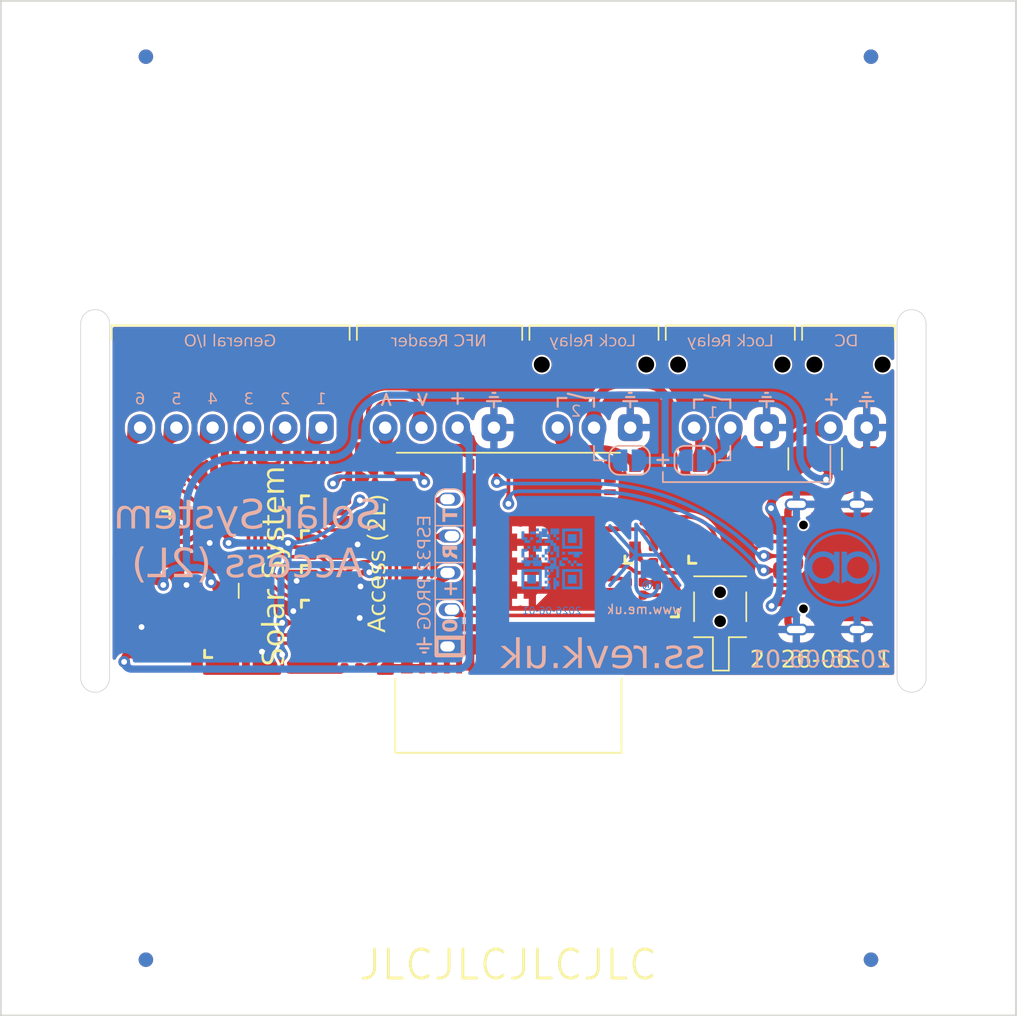
<source format=kicad_pcb>
(kicad_pcb (version 20221018) (generator pcbnew)
  (title_block (title "Access Control") (rev "3") (company "Adrian Kennard Andrews & Arnold Ltd") (comment 1 "toot.me.uk/@RevK") (comment 2 "www.me.uk"))
  (layers (0 "F.Cu" signal) (31 "B.Cu" signal) (34 "B.Paste" user) (35 "F.Paste" user) (36 "B.SilkS" user "B.Silkscreen") (37 "F.SilkS" user "F.Silkscreen") (38 "B.Mask" user) (39 "F.Mask" user) (44 "Edge.Cuts" user))
  (net 0 "")
  (net 1 "+3.3V")
  (net 2 "VBUS")
  (net 3 "GND")
  (net 4 "RFTX")
  (net 5 "RFRX")
  (net 6 "+5V")
  (net 7 "D-")
  (net 8 "D+")
  (net 9 "Net-(Q2-G)")
  (net 10 "SHDN")
  (net 11 "Net-(D6-RK)")
  (net 12 "IO1")
  (net 13 "IO2")
  (net 14 "+12V")
  (net 15 "Net-(D6-GK)")
  (net 16 "Net-(D6-BK)")
  (net 17 "Net-(J1-CC1)")
  (net 19 "Net-(J1-CC2)")
  (net 20 "TAMPER")
  (net 21 "IO3")
  (net 22 "IO4")
  (net 23 "IO5")
  (net 25 "Net-(J2-Pin_3)")
  (net 26 "Net-(J2-Pin_4)")
  (net 27 "Net-(J3-Pin_1)")
  (net 28 "Net-(J3-Pin_2)")
  (net 29 "Net-(J3-Pin_3)")
  (net 30 "Net-(J3-Pin_4)")
  (net 31 "Net-(J3-Pin_5)")
  (net 32 "Net-(J3-Pin_6)")
  (net 33 "Net-(J6-Pin_2)")
  (net 34 "Net-(J6-Pin_3)")
  (net 35 "Net-(J7-Pin_2)")
  (net 36 "Net-(J7-Pin_3)")
  (net 37 "R")
  (net 38 "G")
  (net 39 "B")
  (net 40 "Net-(U10-EN)")
  (net 41 "Net-(J8-0)")
  (net 42 "Net-(J8-Rx)")
  (net 43 "Net-(R16-Pad1)")
  (net 44 "Net-(J8-Tx)")
  (net 48 "DC")
  (net 49 "IO6")
  (net 50 "RELAY2")
  (net 51 "Net-(R25-Pad1)")
  (net 52 "RELAY1")
  (footprint "RevK:PTSM-HH1-2-RA" (layer "F.Cu") (at 123.45 94.4425 180)
    (fp_text reference "J5" hide)
    (fp_text value "POWER" hide)
  )
  (footprint "RevK:PTSM-HH1-3-RA-W" (layer "F.Cu") (at 105.9 94.4425 180)
    (fp_text reference "J6" hide)
    (fp_text value "DOOR2" hide)
  )
  (footprint "RevK:PTSM-HH-4-RA" (layer "F.Cu") (at 95.25 94.4425 180)
    (fp_text reference "J2" hide)
    (fp_text value "RFID" hide)
  )
  (footprint "RevK:PTSM-HH-6-RA" (layer "F.Cu") (at 80.85 94.4425 180)
    (fp_text reference "J3" hide)
    (fp_text value "INPUTS" hide)
  )
  (footprint "RevK:R_0402" (layer "F.Cu") (at 110 103.2 90)
    (fp_text reference "R16" hide)
    (fp_text value "1K" hide)
  )
  (footprint "RevK:ESE13" (layer "F.Cu") (at 114.6 106.8 -90)
    (fp_text reference "SW1" hide)
    (fp_text value "ESE13V01D")
  )
  (footprint "RevK:VCUT70" (layer "F.Cu") (at 100 111.7 180)
    (fp_text reference "V2" hide)
    (fp_text value "~" hide)
  )
  (footprint "RevK:R_0402" (layer "F.Cu") (at 81.7 96.3)
    (fp_text reference "R10" hide)
    (fp_text value "100R" hide)
  )
  (footprint "RevK:C_0402" (layer "F.Cu") (at 86.7 97.3 180)
    (fp_text reference "C3" hide)
    (fp_text value "33pF" hide)
  )
  (footprint "RevK:R_0402" (layer "F.Cu") (at 114.4 103.2 90)
    (fp_text reference "R25" hide)
    (fp_text value "1K" hide)
  )
  (footprint "RevK:C_0603_" (layer "F.Cu") (at 76.4 99.8 180)
    (fp_text reference "C22" hide)
    (fp_text value "10uF 6.3V")
  )
  (footprint "RevK:R_0402" (layer "F.Cu") (at 89.2 111)
    (fp_text reference "R26" hide)
    (fp_text value "10K" hide)
  )
  (footprint "RevK:C_0402" (layer "F.Cu") (at 81.7 97.3 180)
    (fp_text reference "C5" hide)
    (fp_text value "33pF" hide)
  )
  (footprint "RevK:L_4x4_" (layer "F.Cu") (at 79.7 102.3 90)
    (fp_text reference "L4" hide)
    (fp_text value "10uH")
  )
  (footprint "RevK:C_0402" (layer "F.Cu") (at 118.7 98.1 180)
    (fp_text reference "C17" hide)
    (fp_text value "10uF" hide)
  )
  (footprint "RevK:USC16-TR" (layer "F.Cu") (at 121.735 104.05 90)
    (fp_text reference "J1" hide)
    (fp_text value "USB-C")
  )
  (footprint "RevK:D_1206" (layer "F.Cu") (at 118.8 96.6 180)
    (fp_text reference "D9" hide)
    (fp_text value "D")
  )
  (footprint "RevK:C_0402" (layer "F.Cu") (at 76.7 97.3 180)
    (fp_text reference "C7" hide)
    (fp_text value "33pF" hide)
  )
  (footprint "RevK:R_0402_" (layer "F.Cu") (at 81.4 110.7 180)
    (fp_text reference "R2" hide)
    (fp_text value "23k2" hide)
  )
  (footprint "RevK:SOT-23-6-MD8942" (layer "F.Cu") (at 80.6 108.2 -90)
    (fp_text reference "U1" hide)
    (fp_text value "MD8942")
  )
  (footprint "RevK:R_0402" (layer "F.Cu") (at 86.7 96.3)
    (fp_text reference "R8" hide)
    (fp_text value "100R" hide)
  )
  (footprint "RevK:SOT-363_SC-70-6" (layer "F.Cu") (at 87.3 100.3)
    (fp_text reference "D1" hide)
    (fp_text value "BAV99S")
  )
  (footprint "RevK:SOT-363_SC-70-6" (layer "F.Cu") (at 87.3 107.5)
    (fp_text reference "D4" hide)
    (fp_text value "BAV99S")
  )
  (footprint "RevK:C_0603_" (layer "F.Cu") (at 79.3 110.7)
    (fp_text reference "C15" hide)
    (fp_text value "10uF 6.3V")
  )
  (footprint "RevK:C_0402" (layer "F.Cu") (at 109.4 109 -90)
    (fp_text reference "C19" hide)
    (fp_text value "22uF" hide)
  )
  (footprint "RevK:C_0603_" (layer "F.Cu") (at 78.6 108.2 -90)
    (fp_text reference "C16" hide)
    (fp_text value "100nF")
  )
  (footprint "RevK:R_0402" (layer "F.Cu") (at 108.75 106.9 180)
    (fp_text reference "R20" hide)
    (fp_text value "2K" hide)
  )
  (footprint "RevK:C_0603_" (layer "F.Cu") (at 76.6 104.8 180)
    (fp_text reference "C21" hide)
    (fp_text value "10uF 50V")
  )
  (footprint "RevK:SOT-323_SC-70" (layer "F.Cu") (at 89 96.8 90)
    (fp_text reference "Q2" hide)
    (fp_text value "PMF250XNEX" hide)
  )
  (footprint "RevK:PTSM-HH1-3-RA" (layer "F.Cu") (at 115.3 94.4425 180)
    (fp_text reference "J7" hide)
    (fp_text value "DOOR1" hide)
  )
  (footprint "RevK:R_0402_" (layer "F.Cu") (at 74.3 99.8)
    (fp_text reference "R15" hide)
    (fp_text value "39k2" hide)
  )
  (footprint "RevK:R_0402" (layer "F.Cu") (at 84.2 96.3)
    (fp_text reference "R9" hide)
    (fp_text value "100R" hide)
  )
  (footprint "RevK:R_0402_" (layer "F.Cu") (at 74.5 104.8 180)
    (fp_text reference "R27" hide)
    (fp_text value "1M" hide)
  )
  (footprint "RevK:R_0402" (layer "F.Cu") (at 108.75 105.1 180)
    (fp_text reference "R21" hide)
    (fp_text value "220R" hide)
  )
  (footprint "RevK:C_0402" (layer "F.Cu") (at 90.3 98.4)
    (fp_text reference "C2" hide)
    (fp_text value "33pF" hide)
  )
  (footprint "RevK:C_0603_" (layer "F.Cu") (at 77.1 102.3 90)
    (fp_text reference "C23" hide)
    (fp_text value "100nF")
  )
  (footprint "RevK:R_0402" (layer "F.Cu") (at 117.4 101.7 -90)
    (fp_text reference "R5" hide)
    (fp_text value "5K1" hide)
  )
  (footprint "RevK:R_0402" (layer "F.Cu") (at 76.7 96.3)
    (fp_text reference "R12" hide)
    (fp_text value "100R" hide)
  )
  (footprint "RevK:R_0402_" (layer "F.Cu") (at 82.5 108.2 -90)
    (fp_text reference "R1" hide)
    (fp_text value "124k" hide)
  )
  (footprint "RevK:SOT-363_SC-70-6" (layer "F.Cu") (at 87.3 105.1)
    (fp_text reference "D3" hide)
    (fp_text value "BAV99S")
  )
  (footprint "RevK:C_0402" (layer "F.Cu") (at 91 111)
    (fp_text reference "C20" hide)
    (fp_text value "1uF" hide)
  )
  (footprint "RevK:PCB7070" (layer "F.Cu") (at 100 100)
    (fp_text reference "PCB1" hide)
    (fp_text value "70x70" hide)
    (fp_line (start -35 -35) (end 35 -35) (stroke (width 0.12)) (layer "Edge.Cuts"))
    (fp_line (start -35 35) (end -35 -35) (stroke (width 0.12)) (layer "Edge.Cuts"))
    (fp_line (start 35 -35) (end 35 35) (stroke (width 0.12)) (layer "Edge.Cuts"))
    (fp_line (start 35 35) (end -35 35) (stroke (width 0.12)) (layer "Edge.Cuts"))
  )
  (footprint "RevK:R_0402" (layer "F.Cu") (at 117.2 106.7 -90)
    (fp_text reference "R4" hide)
    (fp_text value "5K1" hide)
  )
  (footprint "RevK:C_0402" (layer "F.Cu") (at 74.2 97.3 180)
    (fp_text reference "C8" hide)
    (fp_text value "33pF" hide)
  )
  (footprint "RevK:R_0402" (layer "F.Cu") (at 90.7 96.9 -90)
    (fp_text reference "R6" hide)
    (fp_text value "100R" hide)
  )
  (footprint "RevK:Special-SOP-4-3.7x4.55" (layer "F.Cu") (at 110 99.9)
    (fp_text reference "U3" hide)
    (fp_text value "G3VM-41GR8")
  )
  (footprint "RevK:R_0402" (layer "F.Cu") (at 108.75 106 180)
    (fp_text reference "R3" hide)
    (fp_text value "680R" hide)
  )
  (footprint "RevK:SOT-23-6-MD8942" (layer "F.Cu") (at 75.1 102.3 90)
    (fp_text reference "U2" hide)
    (fp_text value "MD8942")
  )
  (footprint "RevK:C_0402" (layer "F.Cu") (at 79.2 97.3 180)
    (fp_text reference "C6" hide)
    (fp_text value "33pF" hide)
  )
  (footprint "RevK:D_1206" (layer "F.Cu") (at 123.5 96.6)
    (fp_text reference "D8" hide)
    (fp_text value "D")
  )
  (footprint "RevK:R_0402" (layer "F.Cu") (at 91.7 96.9 -90)
    (fp_text reference "R7" hide)
    (fp_text value "100R" hide)
  )
  (footprint "RevK:ESP32-S3-MINI-1" (layer "F.Cu") (at 100 104 180)
    (fp_text reference "U10" hide)
    (fp_text value "ESP32-S3-MINI-1" hide)
  )
  (footprint "RevK:R_0402" (layer "F.Cu") (at 79.2 96.3)
    (fp_text reference "R11" hide)
    (fp_text value "100R" hide)
  )
  (footprint "RevK:Special-SOP-4-3.7x4.55" (layer "F.Cu") (at 114.4 99.9)
    (fp_text reference "U8" hide)
    (fp_text value "G3VM-41GR8")
  )
  (footprint "RevK:SOT-363_SC-70-6" (layer "F.Cu") (at 87.3 102.7)
    (fp_text reference "D2" hide)
    (fp_text value "BAV99S")
  )
  (footprint "RevK:VCUT70" (layer "F.Cu") (at 100 87.3)
    (fp_text reference "V1" hide)
    (fp_text value "~" hide)
  )
  (footprint "RevK:LED-RGB-1.6x1.6" (layer "F.Cu") (at 110.7 106 90)
    (fp_text reference "D6" hide)
    (fp_text value "RGB")
  )
  (footprint "RevK:L_4x4_" (layer "F.Cu") (at 76 108.2 -90)
    (fp_text reference "L3" hide)
    (fp_text value "10uH")
  )
  (footprint "RevK:C_0603_" (layer "F.Cu") (at 79.3 105.7)
    (fp_text reference "C1" hide)
    (fp_text value "10uF 50V")
  )
  (footprint "RevK:R_0402" (layer "F.Cu") (at 74.2 96.3)
    (fp_text reference "R13" hide)
    (fp_text value "100R" hide)
  )
  (footprint "RevK:C_0402" (layer "F.Cu") (at 108.4 109 -90)
    (fp_text reference "C18" hide)
    (fp_text value "100nF" hide)
  )
  (footprint "RevK:C_0402" (layer "F.Cu") (at 84.2 97.3 180)
    (fp_text reference "C4" hide)
    (fp_text value "33pF" hide)
  )
  (footprint "RevK:R_0402_" (layer "F.Cu") (at 73.2 102.3 90)
    (fp_text reference "R14" hide)
    (fp_text value "124k" hide)
  )
  (footprint "RevK:QR-SS" (layer "B.Cu") (at 103 103.5 180)
    (fp_text reference "U7" hide)
    (fp_text value "QR" hide)
  )
  (footprint "Jumper:SolderJumper-2_P1.3mm_Open_RoundedPad1.0x1.5mm" (layer "B.Cu") (at 108.35 96.7 180)
    (fp_text reference "JP1" hide)
    (fp_text value "12V")
  )
  (footprint "RevK:AJK" (layer "B.Cu") (at 108.8 103.225 180)
    (fp_text reference "Logo1" hide)
    (fp_text value "AJK" hide)
  )
  (footprint "Jumper:SolderJumper-2_P1.3mm_Open_RoundedPad1.0x1.5mm" (layer "B.Cu") (at 112.85 96.7)
    (fp_text reference "JP2" hide)
    (fp_text value "12V")
  )
  (footprint "RevK:Shelly" (layer "B.Cu") (at 95.95 104.46 -90)
    (fp_text reference "J8" hide)
    (fp_text value "Shelly" hide)
  )
  (footprint "RevK:AA" (layer "B.Cu") (at 122.9 104.1 180)
    (fp_text reference "U9" hide)
    (fp_text value "AA" hide)
  )
  (gr_line (start 122.2 98.2) (end 122.2 95.7) (stroke (width 0.12)) (layer "B.SilkS"))
  (gr_line (start 105.3 92.4) (end 104.1 92.1) (stroke (width 0.15)) (layer "B.SilkS"))
  (gr_line (start 114.7 92.5) (end 113.5 92.2) (stroke (width 0.15)) (layer "B.SilkS"))
  (gr_line (start 115.3 95.7) (end 115.3 96.7) (stroke (width 0.12)) (layer "B.SilkS"))
  (gr_line (start 112.8 92.5) (end 112.8 93.1) (stroke (width 0.15)) (layer "B.SilkS"))
  (gr_line (start 105.9 93) (end 105.9 92.4) (stroke (width 0.15)) (layer "B.SilkS"))
  (gr_line (start 103.4 92.4) (end 103.4 93) (stroke (width 0.15)) (layer "B.SilkS"))
  (gr_line (start 112.8 92.5) (end 113.4 92.5) (stroke (width 0.15)) (layer "B.SilkS"))
  (gr_line (start 110.65 97.5) (end 110.65 98.2) (stroke (width 0.12)) (layer "B.SilkS"))
  (gr_line (start 110.65 98.2) (end 122.2 98.2) (stroke (width 0.12)) (layer "B.SilkS"))
  (gr_line (start 105.3 92.4) (end 105.9 92.4) (stroke (width 0.15)) (layer "B.SilkS"))
  (gr_line (start 114.7 92.5) (end 115.3 92.5) (stroke (width 0.15)) (layer "B.SilkS"))
  (gr_line (start 103.4 92.4) (end 104 92.4) (stroke (width 0.15)) (layer "B.SilkS"))
  (gr_line (start 115.3 96.7) (end 114.5 96.7) (stroke (width 0.12)) (layer "B.SilkS"))
  (gr_line (start 106.75 96.7) (end 105.9 96.7) (stroke (width 0.12)) (layer "B.SilkS"))
  (gr_line (start 105.9 95.7) (end 105.9 96.7) (stroke (width 0.12)) (layer "B.SilkS"))
  (gr_line (start 115.3 93.1) (end 115.3 92.5) (stroke (width 0.15)) (layer "B.SilkS"))
  (gr_line (start 81.4 105.2) (end 81.4 106.2) (stroke (width 0.12)) (layer "F.SilkS"))
  (gr_line (start 72.5 87.3) (end 72.5 111.7) (stroke (width 0.05)) (layer "Edge.Cuts"))
  (gr_line (start 128.8 87.3) (end 128.8 111.7) (stroke (width 0.05)) (layer "Edge.Cuts"))
  (gr_arc (start 70.5 87.3) (mid 71.5 86.3) (end 72.5 87.3) (stroke (width 0.05)) (layer "Edge.Cuts"))
  (gr_arc (start 72.5 111.7) (mid 71.5 112.7) (end 70.5 111.7) (stroke (width 0.05)) (layer "Edge.Cuts"))
  (gr_arc (start 128.8 111.7) (mid 127.8 112.7) (end 126.8 111.7) (stroke (width 0.05)) (layer "Edge.Cuts"))
  (gr_arc (start 126.8 87.3) (mid 127.8 86.3) (end 128.8 87.3) (stroke (width 0.05)) (layer "Edge.Cuts"))
  (gr_line (start 70.5 87.3) (end 70.5 111.7) (stroke (width 0.05)) (layer "Edge.Cuts"))
  (gr_line (start 126.8 87.3) (end 126.8 111.7) (stroke (width 0.05)) (layer "Edge.Cuts"))
  (gr_text "⏚" (at 99 92.5 180) (layer "B.SilkS") (effects (font (size 1 1)) (justify mirror)))
  (gr_text "⏚" (at 124.7 92.5 180) (layer "B.SilkS") (effects (font (size 1 1)) (justify mirror)))
  (gr_text "+" (at 122.2 92.5 90) (layer "B.SilkS") (effects (font (size 1 1)) (justify mirror)))
  (gr_text ">" (at 94 92.5 90) (layer "B.SilkS") (effects (font (size 1 1)) (justify mirror)))
  (gr_text "+" (at 96.5 92.5 180) (layer "B.SilkS") (effects (font (size 1 1)) (justify mirror)))
  (gr_text "⏚" (at 108.4 92.5 180) (layer "B.SilkS") (effects (font (size 1 1)) (justify mirror)))
  (gr_text "<" (at 91.5 92.5 90) (layer "B.SilkS") (effects (font (size 1 1)) (justify mirror)))
  (gr_text "NFC Reader" (at 95.2 88.5) (layer "B.SilkS") (effects (font (size 0.8 0.8) (thickness 0.1)) (justify mirror)))
  (gr_text "Lock Relay" (at 115.3 88.5) (layer "B.SilkS") (effects (font (size 0.8 0.8) (thickness 0.1)) (justify mirror)))
  (gr_text "5" (at 77.1 92.5) (layer "B.SilkS") (effects (font (size 0.8 0.8) (thickness 0.1)) (justify mirror)))
  (gr_text "Lock Relay" (at 105.8 88.5) (layer "B.SilkS") (effects (font (size 0.8 0.8) (thickness 0.1)) (justify mirror)))
  (gr_text "Solar System\nAccess (2L)" (at 82 102.25) (layer "B.SilkS") (effects (font (size 2 2)) (justify mirror)))
  (gr_text "DC" (at 123.3 88.5) (layer "B.SilkS") (effects (font (size 0.8 0.8) (thickness 0.1)) (justify mirror)))
  (gr_text "6" (at 74.6 92.5) (layer "B.SilkS") (effects (font (size 0.8 0.8) (thickness 0.1)) (justify mirror)))
  (gr_text "4" (at 79.6 92.5) (layer "B.SilkS") (effects (font (size 0.8 0.8) (thickness 0.1)) (justify mirror)))
  (gr_text "1" (at 114.1 93.45) (layer "B.SilkS") (effects (font (size 0.8 0.8) (thickness 0.1)) (justify mirror)))
  (gr_text "3" (at 82.1 92.5) (layer "B.SilkS") (effects (font (size 0.8 0.8) (thickness 0.1)) (justify mirror)))
  (gr_text "2" (at 104.65 93.35) (layer "B.SilkS") (effects (font (size 0.8 0.8) (thickness 0.1)) (justify mirror)))
  (gr_text "⏚" (at 117.8 92.5 180) (layer "B.SilkS") (effects (font (size 1 1)) (justify mirror)))
  (gr_text "+" (at 110.65 96.6) (layer "B.SilkS") (effects (font (size 1 1)) (justify mirror)))
  (gr_text "ss.revk.uk" (at 106.5 110.2) (layer "B.SilkS") (effects (font (size 2 2)) (justify mirror)))
  (gr_text "General I/O" (at 80.8 88.5) (layer "B.SilkS") (effects (font (size 0.8 0.8) (thickness 0.1)) (justify mirror)))
  (gr_text "1" (at 87.1 92.5) (layer "B.SilkS") (effects (font (size 0.8 0.8) (thickness 0.1)) (justify mirror)))
  (gr_text "${CURRENT_DATE}" (at 126.4 111.2) (layer "B.SilkS") (effects (font (size 1.2 1.2)) (justify left bottom mirror)))
  (gr_text "2" (at 84.6 92.5) (layer "B.SilkS") (effects (font (size 0.8 0.8) (thickness 0.1)) (justify mirror)))
  (gr_text "${CURRENT_DATE}" (at 126.4 111.2) (layer "F.SilkS") (effects (font (size 1.2 1.2)) (justify right bottom)))
  (gr_text "Access (2L)" (at 91 103.8 90) (layer "F.SilkS") (effects (font (size 1.2 1.2))))
  (gr_text "Solar System" (at 83.9 104 90) (layer "F.SilkS") (effects (font (size 1.5 1.5))))
  (segment (start 95.8 104.46) (end 95.376813 104.883187) (width 0.5) (layer "F.Cu") (net 1))
  (segment (start 86.35 105.1) (end 88.25 105.1) (width 0.25) (layer "F.Cu") (net 1))
  (segment (start 88.25 105.1) (end 88.617158 105.1) (width 0.25) (layer "F.Cu") (net 1))
  (segment (start 86.35 102.7) (end 88.25 102.7) (width 0.25) (layer "F.Cu") (net 1))
  (segment (start 86.35 107.5) (end 88.25 107.5) (width 0.25) (layer "F.Cu") (net 1))
  (segment (start 109.4 108.5) (end 109.4 108.2) (width 0.25) (layer "F.Cu") (net 1))
  (segment (start 89.42788 99.86846) (end 89.751504 99.544836) (width 0.25) (layer "F.Cu") (net 1))
  (segment (start 110 107.6) (end 111.5 107.6) (width 0.25) (layer "F.Cu") (net 1))
  (segment (start 108.4 108.5) (end 109.4 108.5) (width 0.25) (layer "F.Cu") (net 1))
  (segment (start 94.5 107) (end 94.5 107.122792) (width 0.5) (layer "F.Cu") (net 1))
  (segment (start 84.4 110.1) (end 84.4 110.7) (width 0.25) (layer "F.Cu") (net 1))
  (segment (start 89.751504 99.544836) (end 89.751504 99.451505) (width 0.25) (layer "F.Cu") (net 1))
  (segment (start 85 111.3) (end 88.4 111.3) (width 0.25) (layer "F.Cu") (net 1))
  (segment (start 95.627208 108.25) (end 107 108.25) (width 0.5) (layer "F.Cu") (net 1))
  (segment (start 86.35 107.5) (end 86.117651 107.5) (width 0.25) (layer "F.Cu") (net 1))
  (segment (start 111.8 107.3) (end 111.8 105.85) (width 0.25) (layer "F.Cu") (net 1))
  (segment (start 89.1 104.9) (end 89.2 104.8) (width 0.25) (layer "F.Cu") (net 1))
  (segment (start 108.15 108.25) (end 107 108.25) (width 0.25) (layer "F.Cu") (net 1))
  (segment (start 86.35 102.7) (end 85.524264 102.7) (width 0.25) (layer "F.Cu") (net 1))
  (segment (start 90.407687 104.42416) (end 90.107358 104.42416) (width 0.25) (layer "F.Cu") (net 1))
  (segment (start 84.4 107.9) (end 85.151967 107.9) (width 0.25) (layer "F.Cu") (net 1))
  (segment (start 80.7 102.4) (end 80.7 101.8) (width 0.5) (layer "F.Cu") (net 1))
  (via (at 89.751504 99.451505) (size 0.8) (drill 0.4) (layers "F.Cu" "B.Cu") (net 1))
  (via (at 84.4 107.9) (size 0.8) (drill 0.4) (layers "F.Cu" "B.Cu") (net 1))
  (via (at 84.8 102.4) (size 0.8) (drill 0.4) (layers "F.Cu" "B.Cu") (net 1))
  (via (at 90.407687 104.42416) (size 0.8) (drill 0.4) (layers "F.Cu" "B.Cu") (net 1))
  (via (at 84.4 110.1) (size 0.8) (drill 0.4) (layers "F.Cu" "B.Cu") (net 1))
  (via (at 80.7 102.4) (size 0.8) (drill 0.4) (layers "F.Cu" "B.Cu") (net 1))
  (arc (start 88.4 111.3) (mid 88.612132 111.212132) (end 88.7 111) (width 0.25) (layer "F.Cu") (net 1))
  (arc (start 88.617158 105.1) (mid 88.87847 105.048022) (end 89.1 104.9) (width 0.25) (layer "F.Cu") (net 1))
  (arc (start 80.7 101.8) (mid 80.407107 101.092893) (end 79.7 100.8) (width 0.5) (layer "F.Cu") (net 1))
  (arc (start 88.25 100.3) (mid 88.876702 100.188088) (end 89.42788 99.86846) (width 0.25) (layer "F.Cu") (net 1))
  (arc (start 84.4 110.7) (mid 84.575736 111.124264) (end 85 111.3) (width 0.25) (layer "F.Cu") (net 1))
  (arc (start 111.5 107.6) (mid 111.712132 107.512132) (end 111.8 107.3) (width 0.25) (layer "F.Cu") (net 1))
  (arc (start 94.5 107.122792) (mid 94.830152 107.919848) (end 95.627208 108.25) (width 0.5) (layer "F.Cu") (net 1))
  (arc (start 111.8 105.85) (mid 111.609619 105.390381) (end 111.15 105.2) (width 0.25) (layer "F.Cu") (net 1))
  (arc (start 85.524264 102.7) (mid 85.132296 102.622033) (end 84.8 102.4) (width 0.25) (layer "F.Cu") (net 1))
  (arc (start 90.107358 104.42416) (mid 89.616299 104.521837) (end 89.2 104.8) (width 0.25) (layer "F.Cu") (net 1))
  (arc (start 108.4 108.5) (mid 108.326777 108.323223) (end 108.15 108.25) (width 0.25) (layer "F.Cu") (net 1))
  (arc (start 95.376813 104.883187) (mid 94.727876 105.854389) (end 94.5 107) (width 0.5) (layer "F.Cu") (net 1))
  (arc (start 85.151967 107.9) (mid 85.438227 107.84306) (end 85.680906 107.680906) (width 0.25) (layer "F.Cu") (net 1))
  (arc (start 86.117651 107.5) (mid 85.881287 107.547015) (end 85.680906 107.680906) (width 0.25) (layer "F.Cu") (net 1))
  (arc (start 109.4 108.2) (mid 109.575736 107.775736) (end 110 107.6) (width 0.25) (layer "F.Cu") (net 1))
  (segment (start 95.8 104.46) (end 90.443527 104.46) (width 0.5) (layer "B.Cu") (net 1))
  (segment (start 84.8 103.7) (end 84.8 102.4) (width 0.5) (layer "B.Cu") (net 1))
  (segment (start 89.751504 99.451505) (end 88.219351 100.983658) (width 0.25) (layer "B.Cu") (net 1))
  (segment (start 85 103.9) (end 89.883527 103.9) (width 0.5) (layer "B.Cu") (net 1))
  (segment (start 84.4 110.1) (end 84.4 107.9) (width 0.25) (layer "B.Cu") (net 1))
  (segment (start 80.7 102.4) (end 84.8 102.4) (width 0.5) (layer "B.Cu") (net 1))
  (segment (start 84.316648 104.583352) (end 84.316648 107.816648) (width 0.5) (layer "B.Cu") (net 1))
  (arc (start 90.443527 104.46) (mid 90.418184 104.449503) (end 90.407687 104.42416) (width 0.5) (layer "B.Cu") (net 1))
  (arc (start 89.883527 103.9) (mid 90.254164 104.053523) (end 90.407687 104.42416) (width 0.5) (layer "B.Cu") (net 1))
  (arc (start 85 103.9) (mid 84.516797 104.100149) (end 84.316648 104.583352) (width 0.5) (layer "B.Cu") (net 1))
  (arc (start 84.316648 107.816648) (mid 84.341061 107.875587) (end 84.4 107.9) (width 0.5) (layer "B.Cu") (net 1))
  (arc (start 85 103.9) (mid 84.858579 103.841421) (end 84.8 103.7) (width 0.5) (layer "B.Cu") (net 1))
  (arc (start 88.219351 100.983658) (mid 86.65054 102.031904) (end 84.8 102.4) (width 0.25) (layer "B.Cu") (net 1))
  (segment (start 122.62 98.88) (end 119.22 98.88) (width 0.5) (layer "F.Cu") (net 2))
  (segment (start 119.275 106.45) (end 118.844234 106.45) (width 0.5) (layer "F.Cu") (net 2))
  (segment (start 119.275 101.65) (end 118.705 101.65) (width 0.5) (layer "F.Cu") (net 2))
  (segment (start 118.255 100.155) (end 118.1 100) (width 0.5) (layer "F.Cu") (net 2))
  (segment (start 118.255 101.2) (end 118.255 100.155) (width 0.5) (layer "F.Cu") (net 2))
  (via (at 118.1 100) (size 0.8) (drill 0.4) (layers "F.Cu" "B.Cu") (net 2))
  (via (at 118.143367 106.740309) (size 0.8) (drill 0.4) (layers "F.Cu" "B.Cu") (net 2))
  (arc (start 119.22 98.88) (mid 118.42804 99.20804) (end 118.1 100) (width 0.5) (layer "F.Cu") (net 2))
  (arc (start 118.844234 106.45) (mid 118.464928 106.525449) (end 118.143367 106.740309) (width 0.5) (layer "F.Cu") (net 2))
  (arc (start 118.705 101.65) (mid 118.386802 101.518198) (end 118.255 101.2) (width 0.5) (layer "F.Cu") (net 2))
  (arc (start 124.9 96.6) (mid 124.232203 98.212203) (end 122.62 98.88) (width 0.5) (layer "F.Cu") (net 2))
  (segment (start 118.725 105.336123) (end 118.725 102) (width 0.5) (layer "B.Cu") (net 2))
  (segment (start 118.725 101.508883) (end 118.725 102) (width 0.5) (layer "B.Cu") (net 2))
  (arc (start 118.143367 106.740309) (mid 118.573838 106.096063) (end 118.725 105.336123) (width 0.5) (layer "B.Cu") (net 2))
  (arc (start 118.1 100) (mid 118.562567 100.692281) (end 118.725 101.508883) (width 0.5) (layer "B.Cu") (net 2))
  (segment (start 119.275 107.25) (end 119.275 107.79) (width 0.5) (layer "F.Cu") (net 3))
  (segment (start 86.35 102.05) (end 85.771967 102.05) (width 0.25) (layer "F.Cu") (net 3))
  (segment (start 85.544302 101.955698) (end 85.434836 101.846232) (width 0.25) (layer "F.Cu") (net 3))
  (segment (start 88.25 108.15) (end 89.170198 108.15) (width 0.25) (layer "F.Cu") (net 3))
  (segment (start 119.275 100.85) (end 119.275 100.31) (width 0.5) (layer "F.Cu") (net 3))
  (segment (start 86.35 104.45) (end 85.95646 104.45) (width 0.25) (layer "F.Cu") (net 3))
  (segment (start 89.2 110) (end 90.2 110) (width 0.25) (layer "F.Cu") (net 3))
  (segment (start 85.95646 104.45) (end 85.393348 105.013112) (width 0.25) (layer "F.Cu") (net 3))
  (segment (start 86.2 97.3) (end 85.992463 97.507537) (width 0.25) (layer "F.Cu") (net 3))
  (segment (start 89.45 105.75) (end 89.8 105.4) (width 0.25) (layer "F.Cu") (net 3))
  (segment (start 88.25 105.75) (end 89.45 105.75) (width 0.25) (layer "F.Cu") (net 3))
  (segment (start 85.25 101.4) (end 85.25 99.3) (width 0.25) (layer "F.Cu") (net 3))
  (segment (start 86.35 106.85) (end 85.268374 106.85) (width 0.25) (layer "F.Cu") (net 3))
  (segment (start 85.268374 106.85) (end 85.166648 106.951726) (width 0.25) (layer "F.Cu") (net 3))
  (segment (start 91.322399 109.535087) (end 92.329936 108.52755) (width 0.25) (layer "F.Cu") (net 3))
  (via (at 89.745198 107.575) (size 0.8) (drill 0.4) (layers "F.Cu" "B.Cu") (net 3))
  (via (at 85.166648 107.1) (size 0.8) (drill 0.4) (layers "F.Cu" "B.Cu") (net 3))
  (via (at 74.7 108.2) (size 0.8) (drill 0.4) (layers "F.Cu" "B.Cu") (net 3))
  (via (at 89.6 102.5) (size 0.8) (drill 0.4) (layers "F.Cu" "B.Cu") (net 3))
  (via (at 85.393348 105.013112) (size 0.8) (drill 0.4) (layers "F.Cu" "B.Cu") (net 3))
  (via (at 79.4 102.4) (size 0.8) (drill 0.4) (layers "F.Cu" "B.Cu") (net 3))
  (via (at 77.8 105.3) (size 0.8) (drill 0.4) (layers "F.Cu" "B.Cu") (net 3))
  (via (at 89.8 105.4) (size 0.8) (drill 0.4) (layers "F.Cu" "B.Cu") (net 3))
  (via (at 83 109.9) (size 0.8) (drill 0.4) (layers "F.Cu" "B.Cu") (net 3))
  (arc (start 85.771967 102.05) (mid 85.648756 102.025492) (end 85.544302 101.955698) (width 0.25) (layer "F.Cu") (net 3))
  (arc (start 119.275 107.79) (mid 119.444878 108.200122) (end 119.855 108.37) (width 0.5) (layer "F.Cu") (net 3))
  (arc (start 85.992463 97.507537) (mid 85.44296 98.329925) (end 85.25 99.3) (width 0.25) (layer "F.Cu") (net 3))
  (arc (start 119.275 100.31) (mid 119.444878 99.899878) (end 119.855 99.73) (width 0.5) (layer "F.Cu") (net 3))
  (arc (start 89.170198 108.15) (mid 89.576784 107.981586) (end 89.745198 107.575) (width 0.25) (layer "F.Cu") (net 3))
  (arc (start 85.434836 101.846232) (mid 85.298037 101.641499) (end 85.25 101.4) (width 0.25) (layer "F.Cu") (net 3))
  (arc (start 92.329936 108.52755) (mid 92.637364 108.322133) (end 93 108.25) (width 0.25) (layer "F.Cu") (net 3))
  (arc (start 90.2 110) (mid 90.807438 109.879173) (end 91.322399 109.535087) (width 0.25) (layer "F.Cu") (net 3))
  (segment (start 91.597296 98.631019) (end 90.864158 99.364158) (width 0.25) (layer "F.Cu") (net 4))
  (segment (start 88.457862 101.503162) (end 87.747798 101.503162) (width 0.25) (layer "F.Cu") (net 4))
  (segment (start 86.35 100.95) (end 86.62448 100.95) (width 0.25) (layer "F.Cu") (net 4))
  (segment (start 87.2875 101.3125) (end 87.1375 101.1625) (width 0.25) (layer "F.Cu") (net 4))
  (segment (start 90.864158 99.364158) (end 88.914158 101.314158) (width 0.25) (layer "F.Cu") (net 4))
  (segment (start 91.89038 97.590381) (end 91.7 97.4) (width 0.25) (layer "F.Cu") (net 4))
  (arc (start 87.747798 101.503162) (mid 87.498687 101.45361) (end 87.2875 101.3125) (width 0.25) (layer "F.Cu") (net 4))
  (arc (start 88.914158 101.314158) (mid 88.704808 101.454042) (end 88.457862 101.503162) (width 0.25) (layer "F.Cu") (net 4))
  (arc (start 93 98.05) (mid 92.240862 98.201002) (end 91.597296 98.631019) (width 0.25) (layer "F.Cu") (net 4))
  (arc (start 86.62448 100.95) (mid 86.902124 101.005226) (end 87.1375 101.1625) (width 0.25) (layer "F.Cu") (net 4))
  (arc (start 93 98.05) (mid 92.399478 97.930549) (end 91.89038 97.590381) (width 0.25) (layer "F.Cu") (net 4))
  (segment (start 87.9 98.3) (end 87.975735 98.224265) (width 0.25) (layer "F.Cu") (net 5))
  (segment (start 94.05 97) (end 94.05 98.05) (width 0.25) (layer "F.Cu") (net 5))
  (segment (start 94.05 98.05) (end 94.2 98.2) (width 0.25) (layer "F.Cu") (net 5))
  (via (at 87.9 98.3) (size 0.8) (drill 0.4) (layers "F.Cu" "B.Cu") (net 5))
  (via (at 94.2 98.2) (size 0.8) (drill 0.4) (layers "F.Cu" "B.Cu") (net 5))
  (arc (start 87.975735 98.224265) (mid 88.445671 97.910263) (end 89 97.8) (width 0.25) (layer "F.Cu") (net 5))
  (segment (start 88.4 97.8) (end 93.8 97.8) (width 0.25) (layer "B.Cu") (net 5))
  (arc (start 93.8 97.8) (mid 94.082843 97.917157) (end 94.2 98.2) (width 0.25) (layer "B.Cu") (net 5))
  (arc (start 87.9 98.3) (mid 88.046447 97.946447) (end 88.4 97.8) (width 0.25) (layer "B.Cu") (net 5))
  (via (at 73.5 110.6) (size 0.8) (drill 0.4) (layers "F.Cu" "B.Cu") (net 6))
  (arc (start 74.4 109.7) (mid 73.763604 109.963604) (end 73.5 110.6) (width 0.5) (layer "F.Cu") (net 6))
  (segment (start 97.3 110.29) (end 97.3 95.2425) (width 0.5) (layer "B.Cu") (net 6))
  (segment (start 74 111.1) (end 96.49 111.1) (width 0.5) (layer "B.Cu") (net 6))
  (arc (start 97.3 95.2425) (mid 97.065685 94.676815) (end 96.5 94.4425) (width 0.5) (layer "B.Cu") (net 6))
  (arc (start 73.5 110.6) (mid 73.646447 110.953553) (end 74 111.1) (width 0.5) (layer "B.Cu") (net 6))
  (arc (start 96.49 111.1) (mid 97.062756 110.862756) (end 97.3 110.29) (width 0.5) (layer "B.Cu") (net 6))
  (segment (start 100 99.7) (end 100 97) (width 0.25) (layer "F.Cu") (net 7))
  (segment (start 118.38 104.3) (end 117.6 104.3) (width 0.25) (layer "F.Cu") (net 7))
  (segment (start 118.38 104.059315) (end 118.38 104.540685) (width 0.25) (layer "F.Cu") (net 7))
  (segment (start 119.275 103.8) (end 118.639315 103.8) (width 0.25) (layer "F.Cu") (net 7))
  (segment (start 119.275 104.8) (end 118.639315 104.8) (width 0.25) (layer "F.Cu") (net 7))
  (via (at 100 99.7) (size 0.8) (drill 0.4) (layers "F.Cu" "B.Cu") (net 7))
  (via (at 117.6 104.3) (size 0.8) (drill 0.4) (layers "F.Cu" "B.Cu") (net 7))
  (arc (start 118.639315 104.8) (mid 118.455952 104.724048) (end 118.38 104.540685) (width 0.25) (layer "F.Cu") (net 7))
  (arc (start 118.639315 103.8) (mid 118.455952 103.875952) (end 118.38 104.059315) (width 0.25) (layer "F.Cu") (net 7))
  (segment (start 116.6 103.4) (end 117.429289 104.229289) (width 0.25) (layer "B.Cu") (net 7))
  (segment (start 100 99.7) (end 100 99.52979) (width 0.25) (layer "B.Cu") (net 7))
  (segment (start 105.566538 98.82979) (end 100.7 98.82979) (width 0.25) (layer "B.Cu") (net 7))
  (arc (start 117.429289 104.229289) (mid 117.507611 104.281623) (end 117.6 104.3) (width 0.25) (layer "B.Cu") (net 7))
  (arc (start 100 99.52979) (mid 100.205025 99.034815) (end 100.7 98.82979) (width 0.25) (layer "B.Cu") (net 7))
  (arc (start 116.6 103.4) (mid 111.537805 100.017549) (end 105.566538 98.82979) (width 0.25) (layer "B.Cu") (net 7))
  (segment (start 119.275 103.3) (end 119.8 103.3) (width 0.25) (layer "F.Cu") (net 8))
  (segment (start 117.625306 103.3) (end 117.613058 103.287752) (width 0.2) (layer "F.Cu") (net 8))
  (segment (start 99.15 98.07929) (end 99.15 97) (width 0.2) (layer "F.Cu") (net 8))
  (segment (start 117.642627 103.3) (end 119.275 103.3) (width 0.25) (layer "F.Cu") (net 8))
  (segment (start 120.2 103.7) (end 120.2 103.9) (width 0.25) (layer "F.Cu") (net 8))
  (segment (start 119.275 104.3) (end 119.8 104.3) (width 0.25) (layer "F.Cu") (net 8))
  (via (at 99.2 98.2) (size 0.8) (drill 0.4) (layers "F.Cu" "B.Cu") (net 8))
  (via (at 117.613058 103.287752) (size 0.8) (drill 0.4) (layers "F.Cu" "B.Cu") (net 8))
  (arc (start 119.8 104.3) (mid 120.082843 104.182843) (end 120.2 103.9) (width 0.25) (layer "F.Cu") (net 8))
  (arc (start 99.2 98.2) (mid 99.162995 98.144618) (end 99.15 98.07929) (width 0.2) (layer "F.Cu") (net 8))
  (arc (start 119.8 103.3) (mid 120.082843 103.417157) (end 120.2 103.7) (width 0.25) (layer "F.Cu") (net 8))
  (arc (start 117.613058 103.287752) (mid 117.626624 103.296817) (end 117.642627 103.3) (width 0.25) (layer "F.Cu") (net 8))
  (segment (start 117.58286 103.257554) (end 117.613058 103.287752) (width 0.25) (layer "B.Cu") (net 8))
  (segment (start 117.384863 103.257554) (end 117.58286 103.257554) (width 0.25) (layer "B.Cu") (net 8))
  (segment (start 99.3 98.3) (end 105.567646 98.3) (width 0.25) (layer "B.Cu") (net 8))
  (arc (start 117.060492 103.060493) (mid 117.211001 103.177953) (end 117.384863 103.257554) (width 0.25) (layer "B.Cu") (net 8))
  (arc (start 99.2 98.2) (mid 99.229289 98.270711) (end 99.3 98.3) (width 0.25) (layer "B.Cu") (net 8))
  (arc (start 105.567646 98.3) (mid 111.787528 99.537212) (end 117.060492 103.060493) (width 0.25) (layer "B.Cu") (net 8))
  (segment (start 89.65 95.8) (end 89.65 96.35) (width 0.25) (layer "F.Cu") (net 9))
  (segment (start 90.8 97.5) (end 90.7 97.4) (width 0.25) (layer "F.Cu") (net 9))
  (segment (start 90.8 98.4) (end 90.8 97.5) (width 0.25) (layer "F.Cu") (net 9))
  (arc (start 89.65 96.35) (mid 89.957538 97.092462) (end 90.7 97.4) (width 0.25) (layer "F.Cu") (net 9))
  (segment (start 83.192949 107.592949) (end 83.192949 108.092949) (width 0.25) (layer "F.Cu") (net 10))
  (segment (start 83.2 108.1) (end 83.2 108.5) (width 0.25) (layer "F.Cu") (net 10))
  (segment (start 83.192949 108.092949) (end 83.2 108.1) (width 0.25) (layer "F.Cu") (net 10))
  (segment (start 84.01393 109.31393) (end 89.98607 109.31393) (width 0.25) (layer "F.Cu") (net 10))
  (arc (start 92.2 107.1) (mid 91.551555 108.665485) (end 89.98607 109.31393) (width 0.25) (layer "F.Cu") (net 10))
  (arc (start 92.75 106.55) (mid 92.361091 106.711091) (end 92.2 107.1) (width 0.25) (layer "F.Cu") (net 10))
  (arc (start 83.2 108.5) (mid 83.438395 109.075535) (end 84.01393 109.31393) (width 0.25) (layer "F.Cu") (net 10))
  (arc (start 81.9 106.3) (mid 82.814253 106.678696) (end 83.192949 107.592949) (width 0.25) (layer "F.Cu") (net 10))
  (segment (start 110.8 106) (end 109.25 106) (width 0.25) (layer "F.Cu") (net 11))
  (segment (start 111.15 106.8) (end 111.15 106.35) (width 0.25) (layer "F.Cu") (net 11))
  (arc (start 111.15 106.35) (mid 111.047487 106.102513) (end 110.8 106) (width 0.25) (layer "F.Cu") (net 11))
  (segment (start 85.7 101.2) (end 85.7 99.433384) (width 0.25) (layer "F.Cu") (net 12))
  (segment (start 88.25 102.05) (end 87.699023 102.05) (width 0.25) (layer "F.Cu") (net 12))
  (segment (start 86.5 101.475) (end 85.975 101.475) (width 0.25) (layer "F.Cu") (net 12))
  (segment (start 87.2 96.3) (end 87.2 97.3) (width 0.25) (layer "F.Cu") (net 12))
  (segment (start 87.169384 101.830616) (end 87.035636 101.696868) (width 0.25) (layer "F.Cu") (net 12))
  (segment (start 89.464429 101.546967) (end 91.483058 99.528338) (width 0.25) (layer "F.Cu") (net 12))
  (segment (start 86.149118 98.349118) (end 87.198236 97.3) (width 0.25) (layer "F.Cu") (net 12))
  (arc (start 88.25 102.05) (mid 88.907244 101.919266) (end 89.464429 101.546967) (width 0.25) (layer "F.Cu") (net 12))
  (arc (start 87.035636 101.696868) (mid 86.789884 101.532662) (end 86.5 101.475) (width 0.25) (layer "F.Cu") (net 12))
  (arc (start 91.483058 99.528338) (mid 92.179037 99.0633) (end 93 98.9) (width 0.25) (layer "F.Cu") (net 12))
  (arc (start 85.7 99.433384) (mid 85.816722 98.846584) (end 86.149118 98.349118) (width 0.25) (layer "F.Cu") (net 12))
  (arc (start 87.699023 102.05) (mid 87.412385 101.992984) (end 87.169384 101.830616) (width 0.25) (layer "F.Cu") (net 12))
  (arc (start 85.975 101.475) (mid 85.780546 101.394454) (end 85.7 101.2) (width 0.25) (layer "F.Cu") (net 12))
  (segment (start 89.920711 103.25) (end 90 103.25) (width 0.25) (layer "F.Cu") (net 13))
  (segment (start 84.7 97.3) (end 84.7 96.3) (width 0.25) (layer "F.Cu") (net 13))
  (segment (start 83.9 100.892285) (end 83.9 98.507106) (width 0.25) (layer "F.Cu") (net 13))
  (segment (start 86.35 103.35) (end 84.89939 103.35) (width 0.25) (layer "F.Cu") (net 13))
  (segment (start 90.838909 101.261092) (end 91.89038 100.209619) (width 0.25) (layer "F.Cu") (net 13))
  (segment (start 90.45 102.8) (end 90.45 102.2) (width 0.25) (layer "F.Cu") (net 13))
  (segment (start 83.907715 102.4) (end 83.907715 100.9) (width 0.25) (layer "F.Cu") (net 13))
  (segment (start 87.261939 103.538061) (end 87.411939 103.688061) (width 0.25) (layer "F.Cu") (net 13))
  (segment (start 86.35 103.35) (end 86.80792 103.35) (width 0.25) (layer "F.Cu") (net 13))
  (segment (start 87.863249 103.875) (end 88.62396 103.875) (width 0.25) (layer "F.Cu") (net 13))
  (segment (start 89.013604 103.713604) (end 89.163604 103.563604) (width 0.25) (layer "F.Cu") (net 13))
  (segment (start 84.187867 97.812132) (end 84.7 97.3) (width 0.25) (layer "F.Cu") (net 13))
  (arc (start 90.45 102.2) (mid 90.551074 101.691866) (end 90.838909 101.261092) (width 0.25) (layer "F.Cu") (net 13))
  (arc (start 91.89038 100.209619) (mid 92.399478 99.869451) (end 93 99.75) (width 0.25) (layer "F.Cu") (net 13))
  (arc (start 83.907715 100.9) (mid 83.90226 100.89774) (end 83.9 100.892285) (width 0.25) (layer "F.Cu") (net 13))
  (arc (start 84.89939 103.35) (mid 84.197546 103.059287) (end 83.906833 102.357443) (width 0.25) (layer "F.Cu") (net 13))
  (arc (start 89.163604 103.563604) (mid 89.510968 103.331503) (end 89.920711 103.25) (width 0.25) (layer "F.Cu") (net 13))
  (arc (start 90 103.25) (mid 90.318198 103.118198) (end 90.45 102.8) (width 0.25) (layer "F.Cu") (net 13))
  (arc (start 88.62396 103.875) (mid 88.834834 103.833055) (end 89.013604 103.713604) (width 0.25) (layer "F.Cu") (net 13))
  (arc (start 83.9 98.507106) (mid 83.974814 98.130989) (end 84.187867 97.812132) (width 0.25) (layer "F.Cu") (net 13))
  (arc (start 86.80792 103.35) (mid 87.053633 103.398875) (end 87.261939 103.538061) (width 0.25) (layer "F.Cu") (net 13))
  (arc (start 87.411939 103.688061) (mid 87.619002 103.826416) (end 87.863249 103.875) (width 0.25) (layer "F.Cu") (net 13))
  (segment (start 120.2 96.6) (end 122.1 96.6) (width 0.5) (layer "F.Cu") (net 14))
  (segment (start 121.97 98.1) (end 121.9 98.03) (width 0.25) (layer "F.Cu") (net 14))
  (segment (start 122.1 96.6) (end 122.1 97.83) (width 0.5) (layer "F.Cu") (net 14))
  (segment (start 122.1 98.1) (end 121.97 98.1) (width 0.25) (layer "F.Cu") (net 14))
  (segment (start 76.2 105.4) (end 76.2 105.375) (width 0.5) (layer "F.Cu") (net 14))
  (via (at 121.9 98.03) (size 0.8) (drill 0.4) (layers "F.Cu" "B.Cu") (net 14))
  (via (at 76.2 105.3) (size 0.8) (drill 0.4) (layers "F.Cu" "B.Cu") (net 14))
  (via (at 79.5 105.112002) (size 0.8) (drill 0.4) (layers "F.Cu" "B.Cu") (net 14))
  (arc (start 119.2 98.1) (mid 119.907107 97.807107) (end 120.2 97.1) (width 0.25) (layer "F.Cu") (net 14))
  (arc (start 80.075 105.7) (mid 79.902779 105.284223) (end 79.487002 105.112002) (width 0.5) (layer "F.Cu") (net 14))
  (arc (start 122.1 97.83) (mid 122.041421 97.971421) (end 121.9 98.03) (width 0.5) (layer "F.Cu") (net 14))
  (arc (start 76.2 105.375) (mid 76.031586 104.968414) (end 75.625 104.8) (width 0.5) (layer "F.Cu") (net 14))
  (arc (start 76.2 105.4) (mid 76.195406 105.376903) (end 76.182322 105.357323) (width 0.5) (layer "F.Cu") (net 14))
  (segment (start 120.1 96.23) (end 120.1 94.2) (width 0.5) (layer "B.Cu") (net 14))
  (segment (start 77.4 104.1) (end 77.5 104.1) (width 0.5) (layer "B.Cu") (net 14))
  (segment (start 91.829022 92.2) (end 110.8 92.2) (width 0.5) (layer "B.Cu") (net 14))
  (segment (start 118.1 92.2) (end 110.8 92.2) (width 0.5) (layer "B.Cu") (net 14))
  (segment (start 89.4 94.9) (end 89.4 94.629022) (width 0.5) (layer "B.Cu") (net 14))
  (segment (start 81.2 96.5) (end 87.8 96.5) (width 0.5) (layer "B.Cu") (net 14))
  (segment (start 110.8 96.7) (end 110.8 92.2) (width 0.5) (layer "B.Cu") (net 14))
  (segment (start 77.8 104.1) (end 78.487998 104.1) (width 0.5) (layer "B.Cu") (net 14))
  (segment (start 77.8 104.1) (end 77.8 99.9) (width 0.5) (layer "B.Cu") (net 14))
  (segment (start 77.5 104.1) (end 77.8 104.1) (width 0.5) (layer "B.Cu") (net 14))
  (segment (start 109 96.7) (end 110.8 96.7) (width 0.5) (layer "B.Cu") (net 14))
  (segment (start 110.8 96.7) (end 112.2 96.7) (width 0.5) (layer "B.Cu") (net 14))
  (arc (start 79.5 105.112002) (mid 79.203591 104.396409) (end 78.487998 104.1) (width 0.5) (layer "B.Cu") (net 14))
  (arc (start 89.4 94.629022) (mid 90.111444 92.911444) (end 91.829022 92.2) (width 0.5) (layer "B.Cu") (net 14))
  (arc (start 120.1 94.2) (mid 119.514214 92.785786) (end 118.1 92.2) (width 0.5) (layer "B.Cu") (net 14))
  (arc (start 81.2 96.5) (mid 78.795837 97.495837) (end 77.8 99.9) (width 0.5) (layer "B.Cu") (net 14))
  (arc (start 76.2 105.3) (mid 76.551472 104.451472) (end 77.4 104.1) (width 0.5) (layer "B.Cu") (net 14))
  (arc (start 121.9 98.03) (mid 120.627208 97.502792) (end 120.1 96.23) (width 0.5) (layer "B.Cu") (net 14))
  (arc (start 87.8 96.5) (mid 88.931371 96.031371) (end 89.4 94.9) (width 0.5) (layer "B.Cu") (net 14))
  (segment (start 109.25 106.9) (end 110.15 106.9) (width 0.25) (layer "F.Cu") (net 15))
  (segment (start 109.25 105.1) (end 110.15 105.1) (width 0.25) (layer "F.Cu") (net 16))
  (segment (start 119.275 105.3) (end 118.1 105.3) (width 0.25) (layer "F.Cu") (net 17))
  (arc (start 118.1 105.3) (mid 117.463604 105.563604) (end 117.2 106.2) (width 0.25) (layer "F.Cu") (net 17))
  (segment (start 119.275 102.3) (end 117.4 102.3) (width 0.25) (layer "F.Cu") (net 19))
  (segment (start 107 104) (end 107.875736 104) (width 0.25) (layer "F.Cu") (net 20))
  (segment (start 108.974203 104.455) (end 111.975 104.455) (width 0.25) (layer "F.Cu") (net 20))
  (arc (start 111.975 104.455) (mid 112.572505 104.702495) (end 112.82 105.3) (width 0.25) (layer "F.Cu") (net 20))
  (arc (start 107.875736 104) (mid 108.267705 104.077967) (end 108.6 104.3) (width 0.25) (layer "F.Cu") (net 20))
  (arc (start 108.6 104.3) (mid 108.771686 104.414717) (end 108.974203 104.455) (width 0.25) (layer "F.Cu") (net 20))
  (segment (start 83.453184 102.3) (end 83.45 102.296816) (width 0.25) (layer "F.Cu") (net 21))
  (segment (start 90.9 102.9) (end 90.9 102.6) (width 0.25) (layer "F.Cu") (net 21))
  (segment (start 87.05592 104.066404) (end 87.244758 104.255242) (width 0.25) (layer "F.Cu") (net 21))
  (segment (start 91.288909 101.661092) (end 91.375 101.575) (width 0.25) (layer "F.Cu") (net 21))
  (segment (start 91.375 101.575) (end 91.89038 101.059619) (width 0.25) (layer "F.Cu") (net 21))
  (segment (start 83.453184 102.7) (end 83.453184 103.012913) (width 0.25) (layer "F.Cu") (net 21))
  (segment (start 84.416711 103.918977) (end 86.6 103.918977) (width 0.25) (layer "F.Cu") (net 21))
  (segment (start 86.6 103.918977) (end 86.7 103.918977) (width 0.25) (layer "F.Cu") (net 21))
  (segment (start 88.25 104.45) (end 87.714945 104.45) (width 0.25) (layer "F.Cu") (net 21))
  (segment (start 82.2 97.3) (end 82.2 96.3) (width 0.25) (layer "F.Cu") (net 21))
  (segment (start 89.355026 104.008579) (end 89.331802 104.031802) (width 0.25) (layer "F.Cu") (net 21))
  (segment (start 83.453184 102.95545) (end 83.453184 102.3) (width 0.25) (layer "F.Cu") (net 21))
  (segment (start 83.453184 102.7) (end 83.453184 102.3) (width 0.25) (layer "F.Cu") (net 21))
  (segment (start 83.45 102.296816) (end 83.45 99.90963) (width 0.25) (layer "F.Cu") (net 21))
  (segment (start 89.181802 104.181802) (end 89.331802 104.031802) (width 0.25) (layer "F.Cu") (net 21))
  (segment (start 82.488596 97.588596) (end 82.2 97.3) (width 0.25) (layer "F.Cu") (net 21))
  (segment (start 88.25 104.45) (end 88.534315 104.45) (width 0.25) (layer "F.Cu") (net 21))
  (arc (start 90.9 102.6) (mid 91.001074 102.091866) (end 91.288909 101.661092) (width 0.25) (layer "F.Cu") (net 21))
  (arc (start 87.714945 104.45) (mid 87.460482 104.399384) (end 87.244758 104.255242) (width 0.25) (layer "F.Cu") (net 21))
  (arc (start 90.1 103.7) (mid 90.665685 103.465685) (end 90.9 102.9) (width 0.25) (layer "F.Cu") (net 21))
  (arc (start 83.45 99.90963) (mid 83.448964 99.904419) (end 83.446011 99.9) (width 0.25) (layer "F.Cu") (net 21))
  (arc (start 91.89038 101.059619) (mid 92.399478 100.719451) (end 93 100.6) (width 0.25) (layer "F.Cu") (net 21))
  (arc (start 88.534315 104.45) (mid 88.884732 104.380298) (end 89.181802 104.181802) (width 0.25) (layer "F.Cu") (net 21))
  (arc (start 84.416711 103.918977) (mid 83.735395 103.636766) (end 83.453184 102.95545) (width 0.25) (layer "F.Cu") (net 21))
  (arc (start 90.1 103.7) (mid 89.696823 103.780197) (end 89.355026 104.008579) (width 0.25) (layer "F.Cu") (net 21))
  (arc (start 83.446011 99.9) (mid 83.197186 98.649077) (end 82.488596 97.588596) (width 0.25) (layer "F.Cu") (net 21))
  (arc (start 87.05592 104.066404) (mid 86.892623 103.957292) (end 86.7 103.918977) (width 0.25) (layer "F.Cu") (net 21))
  (segment (start 80.954483 98.554483) (end 79.7 97.3) (width 0.25) (layer "F.Cu") (net 22))
  (segment (start 91.75 102.05) (end 91.95 101.85) (width 0.25) (layer "F.Cu") (net 22))
  (segment (start 82.97907 99.900935) (end 82.97907 103) (width 0.25) (layer "F.Cu") (net 22))
  (segment (start 87.841941 106.275) (end 89.568721 106.275) (width 0.25) (layer "F.Cu") (net 22))
  (segment (start 91.375 104.539432) (end 91.375 102.95533) (width 0.25) (layer "F.Cu") (net 22))
  (segment (start 87.255698 105.944302) (end 87.405698 106.094302) (width 0.25) (layer "F.Cu") (net 22))
  (segment (start 83.484981 104.221377) (end 84.681802 105.418198) (width 0.25) (layer "F.Cu") (net 22))
  (segment (start 86.35 105.75) (end 85.482842 105.75) (width 0.25) (layer "F.Cu") (net 22))
  (segment (start 81.6 98.821865) (end 81.9 98.821865) (width 0.25) (layer "F.Cu") (net 22))
  (segment (start 86.35 105.75) (end 86.786612 105.75) (width 0.25) (layer "F.Cu") (net 22))
  (segment (start 79.7 97.3) (end 79.7 96.3) (width 0.25) (layer "F.Cu") (net 22))
  (segment (start 90.421689 105.921689) (end 91.071689 105.271689) (width 0.25) (layer "F.Cu") (net 22))
  (arc (start 86.786612 105.75) (mid 87.040479 105.800498) (end 87.255698 105.944302) (width 0.25) (layer "F.Cu") (net 22))
  (arc (start 91.071689 105.271689) (mid 91.296172 104.935727) (end 91.375 104.539432) (width 0.25) (layer "F.Cu") (net 22))
  (arc (start 87.405698 106.094302) (mid 87.605848 106.228038) (end 87.841941 106.275) (width 0.25) (layer "F.Cu") (net 22))
  (arc (start 91.375 102.95533) (mid 91.472459 102.465369) (end 91.75 102.05) (width 0.25) (layer "F.Cu") (net 22))
  (arc (start 81.9 98.821865) (mid 82.663018 99.137917) (end 82.97907 99.900935) (width 0.25) (layer "F.Cu") (net 22))
  (arc (start 81.6 98.821865) (mid 81.250649 98.752375) (end 80.954483 98.554483) (width 0.25) (layer "F.Cu") (net 22))
  (arc (start 92.915685 101.45) (mid 92.39306 101.553956) (end 91.95 101.85) (width 0.25) (layer "F.Cu") (net 22))
  (arc (start 82.97907 103) (mid 83.110552 103.661005) (end 83.484981 104.221377) (width 0.25) (layer "F.Cu") (net 22))
  (arc (start 85.482842 105.75) (mid 85.049323 105.663767) (end 84.681802 105.418198) (width 0.25) (layer "F.Cu") (net 22))
  (arc (start 89.568721 106.275) (mid 90.030344 106.183178) (end 90.421689 105.921689) (width 0.25) (layer "F.Cu") (net 22))
  (segment (start 83.179166 104.769629) (end 83.804769 105.395231) (width 0.25) (layer "F.Cu") (net 23))
  (segment (start 88.25 106.85) (end 87.703553 106.85) (width 0.25) (layer "F.Cu") (net 23))
  (segment (start 90.686396 106.386396) (end 91.437652 105.63514) (width 0.25) (layer "F.Cu") (net 23))
  (segment (start 82.529005 99.941505) (end 82.529005 103.2) (width 0.25) (layer "F.Cu") (net 23))
  (segment (start 85.989074 106.3) (end 86.658579 106.3) (width 0.25) (layer "F.Cu") (net 23))
  (segment (start 80.261416 99.3125) (end 81.9 99.3125) (width 0.25) (layer "F.Cu") (net 23))
  (segment (start 77.2 97.3) (end 77.2 96.3) (width 0.25) (layer "F.Cu") (net 23))
  (segment (start 88.25 106.85) (end 89.567157 106.85) (width 0.25) (layer "F.Cu") (net 23))
  (segment (start 91.825 104.7) (end 91.825 103.393198) (width 0.25) (layer "F.Cu") (net 23))
  (segment (start 92.05 102.85) (end 92.3 102.6) (width 0.25) (layer "F.Cu") (net 23))
  (segment (start 86.9 106.4) (end 87.1 106.6) (width 0.25) (layer "F.Cu") (net 23))
  (segment (start 78.470805 98.570804) (end 77.2 97.3) (width 0.25) (layer "F.Cu") (net 23))
  (segment (start 92.317158 102.582843) (end 92.3 102.6) (width 0.25) (layer "F.Cu") (net 23))
  (arc (start 87.703553 106.85) (mid 87.376913 106.785027) (end 87.1 106.6) (width 0.25) (layer "F.Cu") (net 23))
  (arc (start 89.567157 106.85) (mid 90.172884 106.729514) (end 90.686396 106.386396) (width 0.25) (layer "F.Cu") (net 23))
  (arc (start 83.804769 105.395231) (mid 84.806937 106.064858) (end 85.989074 106.3) (width 0.25) (layer "F.Cu") (net 23))
  (arc (start 86.658579 106.3) (mid 86.789235 106.325989) (end 86.9 106.4) (width 0.25) (layer "F.Cu") (net 23))
  (arc (start 93 102.3) (mid 92.630448 102.373508) (end 92.317158 102.582843) (width 0.25) (layer "F.Cu") (net 23))
  (arc (start 91.825 103.393198) (mid 91.883476 103.099221) (end 92.05 102.85) (width 0.25) (layer "F.Cu") (net 23))
  (arc (start 80.261416 99.3125) (mid 79.292344 99.11974) (end 78.470805 98.570804) (width 0.25) (layer "F.Cu") (net 23))
  (arc (start 81.9 99.3125) (mid 82.344774 99.496731) (end 82.529005 99.941505) (width 0.25) (layer "F.Cu") (net 23))
  (arc (start 91.437652 105.63514) (mid 91.724331 105.206095) (end 91.825 104.7) (width 0.25) (layer "F.Cu") (net 23))
  (arc (start 82.529005 103.2) (mid 82.697976 104.049477) (end 83.179166 104.769629) (width 0.25) (layer "F.Cu") (net 23))
  (segment (start 90.6 96.158579) (end 90.6 95.682842) (width 0.25) (layer "F.Cu") (net 25))
  (segment (start 94 94.4425) (end 94 93.5) (width 0.25) (layer "F.Cu") (net 25))
  (segment (start 90.3 94.958579) (end 90.3 93.5) (width 0.25) (layer "F.Cu") (net 25))
  (segment (start 92.7 92.2) (end 91.6 92.2) (width 0.25) (layer "F.Cu") (net 25))
  (arc (start 91.6 92.2) (mid 90.680761 92.580761) (end 90.3 93.5) (width 0.25) (layer "F.Cu") (net 25))
  (arc (start 90.7 96.4) (mid 90.62599 96.289236) (end 90.6 96.158579) (width 0.25) (layer "F.Cu") (net 25))
  (arc (start 90.4 95.2) (mid 90.32599 95.089236) (end 90.3 94.958579) (width 0.25) (layer "F.Cu") (net 25))
  (arc (start 90.6 95.682842) (mid 90.548022 95.42153) (end 90.4 95.2) (width 0.25) (layer "F.Cu") (net 25))
  (arc (start 94 93.5) (mid 93.619239 92.580761) (end 92.7 92.2) (width 0.25) (layer "F.Cu") (net 25))
  (segment (start 91.6 96.4) (end 91.6 94.683921) (width 0.25) (layer "F.Cu") (net 26))
  (arc (start 91.6 94.683921) (mid 91.574011 94.553265) (end 91.5 94.4425) (width 0.25) (layer "F.Cu") (net 26))
  (arc (start 86.2 96.3) (mid 86.375961 95.415386) (end 86.877055 94.665446) (width 0.25) (layer "F.Cu") (net 27))
  (arc (start 83.7 96.3) (mid 83.875961 95.415386) (end 84.377055 94.665446) (width 0.25) (layer "F.Cu") (net 28))
  (arc (start 81.2 96.3) (mid 81.375961 95.415386) (end 81.877055 94.665446) (width 0.25) (layer "F.Cu") (net 29))
  (arc (start 78.7 96.3) (mid 78.875961 95.415386) (end 79.377055 94.665446) (width 0.25) (layer "F.Cu") (net 30))
  (arc (start 76.2 96.3) (mid 76.375961 95.415386) (end 76.877055 94.665446) (width 0.25) (layer "F.Cu") (net 31))
  (arc (start 73.7 96.3) (mid 73.875961 95.415386) (end 74.377055 94.665446) (width 0.25) (layer "F.Cu") (net 32))
  (segment (start 105.9 93.2) (end 105.9 94.4425) (width 0.5) (layer "F.Cu") (net 33))
  (segment (start 109.4 91.5) (end 107.6 91.5) (width 0.5) (layer "F.Cu") (net 33))
  (segment (start 111.27 96.9) (end 111.27 93.37) (width 0.5) (layer "F.Cu") (net 33))
  (arc (start 107.6 91.5) (mid 106.397918 91.997918) (end 105.9 93.2) (width 0.5) (layer "F.Cu") (net 33))
  (arc (start 111.27 93.37) (mid 110.72229 92.04771) (end 109.4 91.5) (width 0.5) (layer "F.Cu") (net 33))
  (arc (start 105.9 94.9) (mid 106.427208 96.172792) (end 107.7 96.7) (width 0.5) (layer "B.Cu") (net 33))
  (segment (start 106.315787 95.9) (end 104.3 95.9) (width 0.5) (layer "F.Cu") (net 34))
  (arc (start 108.73 96.9) (mid 107.62235 96.159892) (end 106.315787 95.9) (width 0.5) (layer "F.Cu") (net 34))
  (arc (start 104.3 95.9) (mid 103.663604 95.636396) (end 103.4 95) (width 0.5) (layer "F.Cu") (net 34))
  (segment (start 115.67 96.9) (end 115.67 95.335759) (width 0.5) (layer "F.Cu") (net 35))
  (arc (start 115.67 95.335759) (mid 115.573841 94.852331) (end 115.3 94.4425) (width 0.5) (layer "F.Cu") (net 35))
  (arc (start 115.3 94.9) (mid 114.772792 96.172792) (end 113.5 96.7) (width 0.5) (layer "B.Cu") (net 35))
  (segment (start 113.13 96.9) (end 113.13 95.23919) (width 0.5) (layer "F.Cu") (net 36))
  (arc (start 113.13 95.23919) (mid 113.044236 94.808025) (end 112.8 94.4425) (width 0.5) (layer "F.Cu") (net 36))
  (segment (start 107 105.7) (end 107.525736 105.7) (width 0.25) (layer "F.Cu") (net 37))
  (arc (start 107.525736 105.7) (mid 107.917704 105.777967) (end 108.25 106) (width 0.25) (layer "F.Cu") (net 37))
  (segment (start 107.367158 106.55) (end 107 106.55) (width 0.25) (layer "F.Cu") (net 38))
  (arc (start 107.85 106.75) (mid 107.628471 106.601978) (end 107.367158 106.55) (width 0.25) (layer "F.Cu") (net 38))
  (arc (start 108.212132 106.9) (mid 108.016148 106.861016) (end 107.85 106.75) (width 0.25) (layer "F.Cu") (net 38))
  (segment (start 107 104.85) (end 107.646447 104.85) (width 0.25) (layer "F.Cu") (net 39))
  (arc (start 107.646447 104.85) (mid 107.973087 104.914973) (end 108.25 105.1) (width 0.25) (layer "F.Cu") (net 39))
  (segment (start 93 109.95) (end 92.05 109.95) (width 0.25) (layer "F.Cu") (net 40))
  (segment (start 90.5 111) (end 89.7 111) (width 0.25) (layer "F.Cu") (net 40))
  (segment (start 90.529462 111) (end 91.246741 110.282721) (width 0.25) (layer "F.Cu") (net 40))
  (arc (start 91.246741 110.282721) (mid 91.615279 110.036472) (end 92.05 109.95) (width 0.25) (layer "F.Cu") (net 40))
  (segment (start 107 107.4) (end 96.5 107.4) (width 0.25) (layer "F.Cu") (net 41))
  (arc (start 96.5 107.4) (mid 96.217157 107.282843) (end 96.1 107) (width 0.25) (layer "F.Cu") (net 41))
  (segment (start 96.1 101.92) (end 95.16 101.92) (width 0.25) (layer "F.Cu") (net 42))
  (segment (start 94.3 104.4) (end 94.3 102.78) (width 0.25) (layer "F.Cu") (net 42))
  (arc (start 93 105.7) (mid 93.919239 105.319239) (end 94.3 104.4) (width 0.25) (layer "F.Cu") (net 42))
  (arc (start 95.16 101.92) (mid 94.551888 102.171888) (end 94.3 102.78) (width 0.25) (layer "F.Cu") (net 42))
  (segment (start 109.53 103.7) (end 110 103.7) (width 0.25) (layer "F.Cu") (net 43))
  (arc (start 108.73 102.9) (mid 108.964315 103.465685) (end 109.53 103.7) (width 0.25) (layer "F.Cu") (net 43))
  (segment (start 93.8 104.45) (end 93.8 101.04) (width 0.25) (layer "F.Cu") (net 44))
  (segment (start 93 104.85) (end 93.4 104.85) (width 0.25) (layer "F.Cu") (net 44))
  (segment (start 95.8 99.38) (end 95.46 99.38) (width 0.25) (layer "F.Cu") (net 44))
  (arc (start 93.4 104.85) (mid 93.682843 104.732843) (end 93.8 104.45) (width 0.25) (layer "F.Cu") (net 44))
  (arc (start 95.46 99.38) (mid 94.286203 99.866203) (end 93.8 101.04) (width 0.25) (layer "F.Cu") (net 44))
  (segment (start 122.2 94.4425) (end 121.445926 94.4425) (width 0.5) (layer "F.Cu") (net 48))
  (segment (start 119.605026 95.205026) (end 118.782845 96.027207) (width 0.5) (layer "F.Cu") (net 48))
  (arc (start 118.782845 96.027207) (mid 118.14839 96.451136) (end 117.4 96.6) (width 0.5) (layer "F.Cu") (net 48))
  (arc (start 121.445926 94.4425) (mid 120.449639 94.640673) (end 119.605026 95.205026) (width 0.5) (layer "F.Cu") (net 48))
  (segment (start 81.907754 99.7625) (end 79.175672 99.7625) (width 0.25) (layer "F.Cu") (net 49))
  (segment (start 91.5 107.5) (end 91.5 107.325958) (width 0.25) (layer "F.Cu") (net 49))
  (segment (start 93 103.15) (end 92.6 103.15) (width 0.25) (layer "F.Cu") (net 49))
  (segment (start 86.35 108.15) (end 86.35 108.62929) (width 0.25) (layer "F.Cu") (net 49))
  (segment (start 86.4 108.75) (end 90.25 108.75) (width 0.25) (layer "F.Cu") (net 49))
  (segment (start 77.034835 98.7) (end 76.7 98.7) (width 0.25) (layer "F.Cu") (net 49))
  (segment (start 74.7 97.3) (end 74.7 96.3) (width 0.25) (layer "F.Cu") (net 49))
  (segment (start 86.4 108.75) (end 84 108.75) (width 0.25) (layer "F.Cu") (net 49))
  (segment (start 92.275 105.454944) (end 92.275 103.475) (width 0.25) (layer "F.Cu") (net 49))
  (segment (start 83.65 108.4) (end 83.65 107.422484) (width 0.25) (layer "F.Cu") (net 49))
  (segment (start 75.675736 98.275736) (end 74.7 97.3) (width 0.25) (layer "F.Cu") (net 49))
  (segment (start 82.925826 105.674174) (end 82.657195 105.405543) (width 0.25) (layer "F.Cu") (net 49))
  (segment (start 82.075 104) (end 82.075 99.995014) (width 0.25) (layer "F.Cu") (net 49))
  (segment (start 78.158731 99.341269) (end 77.858731 99.041269) (width 0.25) (layer "F.Cu") (net 49))
  (arc (start 92.6 103.15) (mid 92.37019 103.24519) (end 92.275 103.475) (width 0.25) (layer "F.Cu") (net 49))
  (arc (start 91.946943 106.246943) (mid 92.189741 105.883572) (end 92.275 105.454944) (width 0.25) (layer "F.Cu") (net 49))
  (arc (start 83.65 107.422484) (mid 83.461794 106.476306) (end 82.925826 105.674174) (width 0.25) (layer "F.Cu") (net 49))
  (arc (start 84 108.75) (mid 83.752513 108.647487) (end 83.65 108.4) (width 0.25) (layer "F.Cu") (net 49))
  (arc (start 77.858731 99.041269) (mid 77.480725 98.788693) (end 77.034835 98.7) (width 0.25) (layer "F.Cu") (net 49))
  (arc (start 76.7 98.7) (mid 76.145672 98.589737) (end 75.675736 98.275736) (width 0.25) (layer "F.Cu") (net 49))
  (arc (start 82.075 99.995014) (mid 82.007169 99.831254) (end 81.843409 99.763423) (width 0.25) (layer "F.Cu") (net 49))
  (arc (start 86.35 108.62929) (mid 86.362994 108.694618) (end 86.4 108.75) (width 0.25) (layer "F.Cu") (net 49))
  (arc (start 79.175672 99.7625) (mid 78.625307 99.653026) (end 78.158731 99.341269) (width 0.25) (layer "F.Cu") (net 49))
  (arc (start 91.5 107.325958) (mid 91.616156 106.742) (end 91.946943 106.246943) (width 0.25) (layer "F.Cu") (net 49))
  (arc (start 90.25 108.75) (mid 91.133883 108.383883) (end 91.5 107.5) (width 0.25) (layer "F.Cu") (net 49))
  (arc (start 82.657195 105.405543) (mid 82.226308 104.760674) (end 82.075 104) (width 0.25) (layer "F.Cu") (net 49))
  (segment (start 107 101.45) (end 108.75 101.45) (width 0.25) (layer "F.Cu") (net 50))
  (arc (start 108.75 101.45) (mid 109.633883 101.816117) (end 110 102.7) (width 0.25) (layer "F.Cu") (net 50))
  (segment (start 113.93 103.7) (end 114.4 103.7) (width 0.25) (layer "F.Cu") (net 51))
  (arc (start 113.13 102.9) (mid 113.364315 103.465685) (end 113.93 103.7) (width 0.25) (layer "F.Cu") (net 51))
  (segment (start 107 100.6) (end 112.3 100.6) (width 0.25) (layer "F.Cu") (net 52))
  (arc (start 112.3 100.6) (mid 113.784924 101.215076) (end 114.4 102.7) (width 0.25) (layer "F.Cu") (net 52))
  (zone (net 3) (net_name "GND") (layers "F&B.Cu") (connect_pads yes (clearance 0.2)) (min_thickness 0.25) (fill yes (thermal_gap 0.5) (thermal_bridge_width 0.5))
    (polygon (pts (xy 72.5 87.3) (xy 126.8 87.3) (xy 126.8 111.7) (xy 72.5 111.7)))
  )
)
</source>
